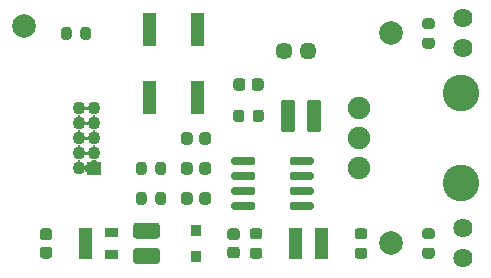
<source format=gbr>
G04 #@! TF.GenerationSoftware,KiCad,Pcbnew,(5.1.10)-1*
G04 #@! TF.CreationDate,2021-12-17T12:19:08+00:00*
G04 #@! TF.ProjectId,Updifier,55706469-6669-4657-922e-6b696361645f,rev?*
G04 #@! TF.SameCoordinates,Original*
G04 #@! TF.FileFunction,Soldermask,Top*
G04 #@! TF.FilePolarity,Negative*
%FSLAX46Y46*%
G04 Gerber Fmt 4.6, Leading zero omitted, Abs format (unit mm)*
G04 Created by KiCad (PCBNEW (5.1.10)-1) date 2021-12-17 12:19:08*
%MOMM*%
%LPD*%
G01*
G04 APERTURE LIST*
%ADD10C,1.902000*%
%ADD11C,3.102000*%
%ADD12O,1.452000X1.452000*%
%ADD13C,1.452000*%
%ADD14C,1.102000*%
%ADD15C,2.000000*%
%ADD16C,1.626000*%
%ADD17C,0.100000*%
G04 APERTURE END LIST*
D10*
X176350000Y-62230000D03*
X176350000Y-59690000D03*
X176350000Y-57150000D03*
D11*
X184990000Y-63500000D03*
X184990000Y-55880000D03*
D12*
X172050000Y-52260000D03*
D13*
X170050000Y-52260000D03*
G36*
G01*
X153379000Y-61679000D02*
X154469000Y-61679000D01*
G75*
G02*
X154520000Y-61730000I0J-51000D01*
G01*
X154520000Y-62730000D01*
G75*
G02*
X154469000Y-62781000I-51000J0D01*
G01*
X153379000Y-62781000D01*
G75*
G02*
X153328000Y-62730000I0J51000D01*
G01*
X153328000Y-61730000D01*
G75*
G02*
X153379000Y-61679000I51000J0D01*
G01*
G37*
D14*
X152654000Y-62230000D03*
X153924000Y-60960000D03*
X152654000Y-60960000D03*
X153924000Y-59690000D03*
X152654000Y-59690000D03*
X153924000Y-58420000D03*
X152654000Y-58420000D03*
X153924000Y-57150000D03*
X152654000Y-57150000D03*
G36*
G01*
X170486000Y-61770500D02*
X170486000Y-61419500D01*
G75*
G02*
X170661500Y-61244000I175500J0D01*
G01*
X172362500Y-61244000D01*
G75*
G02*
X172538000Y-61419500I0J-175500D01*
G01*
X172538000Y-61770500D01*
G75*
G02*
X172362500Y-61946000I-175500J0D01*
G01*
X170661500Y-61946000D01*
G75*
G02*
X170486000Y-61770500I0J175500D01*
G01*
G37*
G36*
G01*
X170486000Y-63040500D02*
X170486000Y-62689500D01*
G75*
G02*
X170661500Y-62514000I175500J0D01*
G01*
X172362500Y-62514000D01*
G75*
G02*
X172538000Y-62689500I0J-175500D01*
G01*
X172538000Y-63040500D01*
G75*
G02*
X172362500Y-63216000I-175500J0D01*
G01*
X170661500Y-63216000D01*
G75*
G02*
X170486000Y-63040500I0J175500D01*
G01*
G37*
G36*
G01*
X170486000Y-64310500D02*
X170486000Y-63959500D01*
G75*
G02*
X170661500Y-63784000I175500J0D01*
G01*
X172362500Y-63784000D01*
G75*
G02*
X172538000Y-63959500I0J-175500D01*
G01*
X172538000Y-64310500D01*
G75*
G02*
X172362500Y-64486000I-175500J0D01*
G01*
X170661500Y-64486000D01*
G75*
G02*
X170486000Y-64310500I0J175500D01*
G01*
G37*
G36*
G01*
X170486000Y-65580500D02*
X170486000Y-65229500D01*
G75*
G02*
X170661500Y-65054000I175500J0D01*
G01*
X172362500Y-65054000D01*
G75*
G02*
X172538000Y-65229500I0J-175500D01*
G01*
X172538000Y-65580500D01*
G75*
G02*
X172362500Y-65756000I-175500J0D01*
G01*
X170661500Y-65756000D01*
G75*
G02*
X170486000Y-65580500I0J175500D01*
G01*
G37*
G36*
G01*
X165536000Y-65580500D02*
X165536000Y-65229500D01*
G75*
G02*
X165711500Y-65054000I175500J0D01*
G01*
X167412500Y-65054000D01*
G75*
G02*
X167588000Y-65229500I0J-175500D01*
G01*
X167588000Y-65580500D01*
G75*
G02*
X167412500Y-65756000I-175500J0D01*
G01*
X165711500Y-65756000D01*
G75*
G02*
X165536000Y-65580500I0J175500D01*
G01*
G37*
G36*
G01*
X165536000Y-64310500D02*
X165536000Y-63959500D01*
G75*
G02*
X165711500Y-63784000I175500J0D01*
G01*
X167412500Y-63784000D01*
G75*
G02*
X167588000Y-63959500I0J-175500D01*
G01*
X167588000Y-64310500D01*
G75*
G02*
X167412500Y-64486000I-175500J0D01*
G01*
X165711500Y-64486000D01*
G75*
G02*
X165536000Y-64310500I0J175500D01*
G01*
G37*
G36*
G01*
X165536000Y-63040500D02*
X165536000Y-62689500D01*
G75*
G02*
X165711500Y-62514000I175500J0D01*
G01*
X167412500Y-62514000D01*
G75*
G02*
X167588000Y-62689500I0J-175500D01*
G01*
X167588000Y-63040500D01*
G75*
G02*
X167412500Y-63216000I-175500J0D01*
G01*
X165711500Y-63216000D01*
G75*
G02*
X165536000Y-63040500I0J175500D01*
G01*
G37*
G36*
G01*
X165536000Y-61770500D02*
X165536000Y-61419500D01*
G75*
G02*
X165711500Y-61244000I175500J0D01*
G01*
X167412500Y-61244000D01*
G75*
G02*
X167588000Y-61419500I0J-175500D01*
G01*
X167588000Y-61770500D01*
G75*
G02*
X167412500Y-61946000I-175500J0D01*
G01*
X165711500Y-61946000D01*
G75*
G02*
X165536000Y-61770500I0J175500D01*
G01*
G37*
G36*
G01*
X163155000Y-57641000D02*
X162155000Y-57641000D01*
G75*
G02*
X162104000Y-57590000I0J51000D01*
G01*
X162104000Y-54840000D01*
G75*
G02*
X162155000Y-54789000I51000J0D01*
G01*
X163155000Y-54789000D01*
G75*
G02*
X163206000Y-54840000I0J-51000D01*
G01*
X163206000Y-57590000D01*
G75*
G02*
X163155000Y-57641000I-51000J0D01*
G01*
G37*
G36*
G01*
X163155000Y-51891000D02*
X162155000Y-51891000D01*
G75*
G02*
X162104000Y-51840000I0J51000D01*
G01*
X162104000Y-49090000D01*
G75*
G02*
X162155000Y-49039000I51000J0D01*
G01*
X163155000Y-49039000D01*
G75*
G02*
X163206000Y-49090000I0J-51000D01*
G01*
X163206000Y-51840000D01*
G75*
G02*
X163155000Y-51891000I-51000J0D01*
G01*
G37*
G36*
G01*
X159155000Y-51891000D02*
X158155000Y-51891000D01*
G75*
G02*
X158104000Y-51840000I0J51000D01*
G01*
X158104000Y-49090000D01*
G75*
G02*
X158155000Y-49039000I51000J0D01*
G01*
X159155000Y-49039000D01*
G75*
G02*
X159206000Y-49090000I0J-51000D01*
G01*
X159206000Y-51840000D01*
G75*
G02*
X159155000Y-51891000I-51000J0D01*
G01*
G37*
G36*
G01*
X159155000Y-57641000D02*
X158155000Y-57641000D01*
G75*
G02*
X158104000Y-57590000I0J51000D01*
G01*
X158104000Y-54840000D01*
G75*
G02*
X158155000Y-54789000I51000J0D01*
G01*
X159155000Y-54789000D01*
G75*
G02*
X159206000Y-54840000I0J-51000D01*
G01*
X159206000Y-57590000D01*
G75*
G02*
X159155000Y-57641000I-51000J0D01*
G01*
G37*
G36*
G01*
X170931000Y-57459999D02*
X170931000Y-58110001D01*
G75*
G02*
X170880001Y-58161000I-50999J0D01*
G01*
X169819999Y-58161000D01*
G75*
G02*
X169769000Y-58110001I0J50999D01*
G01*
X169769000Y-57459999D01*
G75*
G02*
X169819999Y-57409000I50999J0D01*
G01*
X170880001Y-57409000D01*
G75*
G02*
X170931000Y-57459999I0J-50999D01*
G01*
G37*
G36*
G01*
X170931000Y-58409999D02*
X170931000Y-59060001D01*
G75*
G02*
X170880001Y-59111000I-50999J0D01*
G01*
X169819999Y-59111000D01*
G75*
G02*
X169769000Y-59060001I0J50999D01*
G01*
X169769000Y-58409999D01*
G75*
G02*
X169819999Y-58359000I50999J0D01*
G01*
X170880001Y-58359000D01*
G75*
G02*
X170931000Y-58409999I0J-50999D01*
G01*
G37*
G36*
G01*
X170931000Y-56509999D02*
X170931000Y-57160001D01*
G75*
G02*
X170880001Y-57211000I-50999J0D01*
G01*
X169819999Y-57211000D01*
G75*
G02*
X169769000Y-57160001I0J50999D01*
G01*
X169769000Y-56509999D01*
G75*
G02*
X169819999Y-56459000I50999J0D01*
G01*
X170880001Y-56459000D01*
G75*
G02*
X170931000Y-56509999I0J-50999D01*
G01*
G37*
G36*
G01*
X173131000Y-56509999D02*
X173131000Y-57160001D01*
G75*
G02*
X173080001Y-57211000I-50999J0D01*
G01*
X172019999Y-57211000D01*
G75*
G02*
X171969000Y-57160001I0J50999D01*
G01*
X171969000Y-56509999D01*
G75*
G02*
X172019999Y-56459000I50999J0D01*
G01*
X173080001Y-56459000D01*
G75*
G02*
X173131000Y-56509999I0J-50999D01*
G01*
G37*
G36*
G01*
X173131000Y-57459999D02*
X173131000Y-58110001D01*
G75*
G02*
X173080001Y-58161000I-50999J0D01*
G01*
X172019999Y-58161000D01*
G75*
G02*
X171969000Y-58110001I0J50999D01*
G01*
X171969000Y-57459999D01*
G75*
G02*
X172019999Y-57409000I50999J0D01*
G01*
X173080001Y-57409000D01*
G75*
G02*
X173131000Y-57459999I0J-50999D01*
G01*
G37*
G36*
G01*
X173131000Y-58409999D02*
X173131000Y-59060001D01*
G75*
G02*
X173080001Y-59111000I-50999J0D01*
G01*
X172019999Y-59111000D01*
G75*
G02*
X171969000Y-59060001I0J50999D01*
G01*
X171969000Y-58409999D01*
G75*
G02*
X172019999Y-58359000I50999J0D01*
G01*
X173080001Y-58359000D01*
G75*
G02*
X173131000Y-58409999I0J-50999D01*
G01*
G37*
G36*
G01*
X172604000Y-68905001D02*
X172604000Y-68254999D01*
G75*
G02*
X172654999Y-68204000I50999J0D01*
G01*
X173715001Y-68204000D01*
G75*
G02*
X173766000Y-68254999I0J-50999D01*
G01*
X173766000Y-68905001D01*
G75*
G02*
X173715001Y-68956000I-50999J0D01*
G01*
X172654999Y-68956000D01*
G75*
G02*
X172604000Y-68905001I0J50999D01*
G01*
G37*
G36*
G01*
X172604000Y-67955001D02*
X172604000Y-67304999D01*
G75*
G02*
X172654999Y-67254000I50999J0D01*
G01*
X173715001Y-67254000D01*
G75*
G02*
X173766000Y-67304999I0J-50999D01*
G01*
X173766000Y-67955001D01*
G75*
G02*
X173715001Y-68006000I-50999J0D01*
G01*
X172654999Y-68006000D01*
G75*
G02*
X172604000Y-67955001I0J50999D01*
G01*
G37*
G36*
G01*
X172604000Y-69855001D02*
X172604000Y-69204999D01*
G75*
G02*
X172654999Y-69154000I50999J0D01*
G01*
X173715001Y-69154000D01*
G75*
G02*
X173766000Y-69204999I0J-50999D01*
G01*
X173766000Y-69855001D01*
G75*
G02*
X173715001Y-69906000I-50999J0D01*
G01*
X172654999Y-69906000D01*
G75*
G02*
X172604000Y-69855001I0J50999D01*
G01*
G37*
G36*
G01*
X170404000Y-69855001D02*
X170404000Y-69204999D01*
G75*
G02*
X170454999Y-69154000I50999J0D01*
G01*
X171515001Y-69154000D01*
G75*
G02*
X171566000Y-69204999I0J-50999D01*
G01*
X171566000Y-69855001D01*
G75*
G02*
X171515001Y-69906000I-50999J0D01*
G01*
X170454999Y-69906000D01*
G75*
G02*
X170404000Y-69855001I0J50999D01*
G01*
G37*
G36*
G01*
X170404000Y-68905001D02*
X170404000Y-68254999D01*
G75*
G02*
X170454999Y-68204000I50999J0D01*
G01*
X171515001Y-68204000D01*
G75*
G02*
X171566000Y-68254999I0J-50999D01*
G01*
X171566000Y-68905001D01*
G75*
G02*
X171515001Y-68956000I-50999J0D01*
G01*
X170454999Y-68956000D01*
G75*
G02*
X170404000Y-68905001I0J50999D01*
G01*
G37*
G36*
G01*
X170404000Y-67955001D02*
X170404000Y-67304999D01*
G75*
G02*
X170454999Y-67254000I50999J0D01*
G01*
X171515001Y-67254000D01*
G75*
G02*
X171566000Y-67304999I0J-50999D01*
G01*
X171566000Y-67955001D01*
G75*
G02*
X171515001Y-68006000I-50999J0D01*
G01*
X170454999Y-68006000D01*
G75*
G02*
X170404000Y-67955001I0J50999D01*
G01*
G37*
G36*
G01*
X154824000Y-67955001D02*
X154824000Y-67304999D01*
G75*
G02*
X154874999Y-67254000I50999J0D01*
G01*
X155935001Y-67254000D01*
G75*
G02*
X155986000Y-67304999I0J-50999D01*
G01*
X155986000Y-67955001D01*
G75*
G02*
X155935001Y-68006000I-50999J0D01*
G01*
X154874999Y-68006000D01*
G75*
G02*
X154824000Y-67955001I0J50999D01*
G01*
G37*
G36*
G01*
X154824000Y-69855001D02*
X154824000Y-69204999D01*
G75*
G02*
X154874999Y-69154000I50999J0D01*
G01*
X155935001Y-69154000D01*
G75*
G02*
X155986000Y-69204999I0J-50999D01*
G01*
X155986000Y-69855001D01*
G75*
G02*
X155935001Y-69906000I-50999J0D01*
G01*
X154874999Y-69906000D01*
G75*
G02*
X154824000Y-69855001I0J50999D01*
G01*
G37*
G36*
G01*
X152624000Y-69855001D02*
X152624000Y-69204999D01*
G75*
G02*
X152674999Y-69154000I50999J0D01*
G01*
X153735001Y-69154000D01*
G75*
G02*
X153786000Y-69204999I0J-50999D01*
G01*
X153786000Y-69855001D01*
G75*
G02*
X153735001Y-69906000I-50999J0D01*
G01*
X152674999Y-69906000D01*
G75*
G02*
X152624000Y-69855001I0J50999D01*
G01*
G37*
G36*
G01*
X152624000Y-68905001D02*
X152624000Y-68254999D01*
G75*
G02*
X152674999Y-68204000I50999J0D01*
G01*
X153735001Y-68204000D01*
G75*
G02*
X153786000Y-68254999I0J-50999D01*
G01*
X153786000Y-68905001D01*
G75*
G02*
X153735001Y-68956000I-50999J0D01*
G01*
X152674999Y-68956000D01*
G75*
G02*
X152624000Y-68905001I0J50999D01*
G01*
G37*
G36*
G01*
X152624000Y-67955001D02*
X152624000Y-67304999D01*
G75*
G02*
X152674999Y-67254000I50999J0D01*
G01*
X153735001Y-67254000D01*
G75*
G02*
X153786000Y-67304999I0J-50999D01*
G01*
X153786000Y-67955001D01*
G75*
G02*
X153735001Y-68006000I-50999J0D01*
G01*
X152674999Y-68006000D01*
G75*
G02*
X152624000Y-67955001I0J50999D01*
G01*
G37*
G36*
G01*
X182545500Y-68206000D02*
X181944500Y-68206000D01*
G75*
G02*
X181719000Y-67980500I0J225500D01*
G01*
X181719000Y-67529500D01*
G75*
G02*
X181944500Y-67304000I225500J0D01*
G01*
X182545500Y-67304000D01*
G75*
G02*
X182771000Y-67529500I0J-225500D01*
G01*
X182771000Y-67980500D01*
G75*
G02*
X182545500Y-68206000I-225500J0D01*
G01*
G37*
G36*
G01*
X182545500Y-69856000D02*
X181944500Y-69856000D01*
G75*
G02*
X181719000Y-69630500I0J225500D01*
G01*
X181719000Y-69179500D01*
G75*
G02*
X181944500Y-68954000I225500J0D01*
G01*
X182545500Y-68954000D01*
G75*
G02*
X182771000Y-69179500I0J-225500D01*
G01*
X182771000Y-69630500D01*
G75*
G02*
X182545500Y-69856000I-225500J0D01*
G01*
G37*
G36*
G01*
X176830500Y-68206000D02*
X176229500Y-68206000D01*
G75*
G02*
X176004000Y-67980500I0J225500D01*
G01*
X176004000Y-67529500D01*
G75*
G02*
X176229500Y-67304000I225500J0D01*
G01*
X176830500Y-67304000D01*
G75*
G02*
X177056000Y-67529500I0J-225500D01*
G01*
X177056000Y-67980500D01*
G75*
G02*
X176830500Y-68206000I-225500J0D01*
G01*
G37*
G36*
G01*
X176830500Y-69856000D02*
X176229500Y-69856000D01*
G75*
G02*
X176004000Y-69630500I0J225500D01*
G01*
X176004000Y-69179500D01*
G75*
G02*
X176229500Y-68954000I225500J0D01*
G01*
X176830500Y-68954000D01*
G75*
G02*
X177056000Y-69179500I0J-225500D01*
G01*
X177056000Y-69630500D01*
G75*
G02*
X176830500Y-69856000I-225500J0D01*
G01*
G37*
G36*
G01*
X167339500Y-68954000D02*
X167940500Y-68954000D01*
G75*
G02*
X168166000Y-69179500I0J-225500D01*
G01*
X168166000Y-69630500D01*
G75*
G02*
X167940500Y-69856000I-225500J0D01*
G01*
X167339500Y-69856000D01*
G75*
G02*
X167114000Y-69630500I0J225500D01*
G01*
X167114000Y-69179500D01*
G75*
G02*
X167339500Y-68954000I225500J0D01*
G01*
G37*
G36*
G01*
X167339500Y-67304000D02*
X167940500Y-67304000D01*
G75*
G02*
X168166000Y-67529500I0J-225500D01*
G01*
X168166000Y-67980500D01*
G75*
G02*
X167940500Y-68206000I-225500J0D01*
G01*
X167339500Y-68206000D01*
G75*
G02*
X167114000Y-67980500I0J225500D01*
G01*
X167114000Y-67529500D01*
G75*
G02*
X167339500Y-67304000I225500J0D01*
G01*
G37*
G36*
G01*
X181944500Y-51174000D02*
X182545500Y-51174000D01*
G75*
G02*
X182771000Y-51399500I0J-225500D01*
G01*
X182771000Y-51850500D01*
G75*
G02*
X182545500Y-52076000I-225500J0D01*
G01*
X181944500Y-52076000D01*
G75*
G02*
X181719000Y-51850500I0J225500D01*
G01*
X181719000Y-51399500D01*
G75*
G02*
X181944500Y-51174000I225500J0D01*
G01*
G37*
G36*
G01*
X181944500Y-49524000D02*
X182545500Y-49524000D01*
G75*
G02*
X182771000Y-49749500I0J-225500D01*
G01*
X182771000Y-50200500D01*
G75*
G02*
X182545500Y-50426000I-225500J0D01*
G01*
X181944500Y-50426000D01*
G75*
G02*
X181719000Y-50200500I0J225500D01*
G01*
X181719000Y-49749500D01*
G75*
G02*
X181944500Y-49524000I225500J0D01*
G01*
G37*
G36*
G01*
X159124000Y-62530500D02*
X159124000Y-61929500D01*
G75*
G02*
X159349500Y-61704000I225500J0D01*
G01*
X159800500Y-61704000D01*
G75*
G02*
X160026000Y-61929500I0J-225500D01*
G01*
X160026000Y-62530500D01*
G75*
G02*
X159800500Y-62756000I-225500J0D01*
G01*
X159349500Y-62756000D01*
G75*
G02*
X159124000Y-62530500I0J225500D01*
G01*
G37*
G36*
G01*
X157474000Y-62530500D02*
X157474000Y-61929500D01*
G75*
G02*
X157699500Y-61704000I225500J0D01*
G01*
X158150500Y-61704000D01*
G75*
G02*
X158376000Y-61929500I0J-225500D01*
G01*
X158376000Y-62530500D01*
G75*
G02*
X158150500Y-62756000I-225500J0D01*
G01*
X157699500Y-62756000D01*
G75*
G02*
X157474000Y-62530500I0J225500D01*
G01*
G37*
G36*
G01*
X158376000Y-64469500D02*
X158376000Y-65070500D01*
G75*
G02*
X158150500Y-65296000I-225500J0D01*
G01*
X157699500Y-65296000D01*
G75*
G02*
X157474000Y-65070500I0J225500D01*
G01*
X157474000Y-64469500D01*
G75*
G02*
X157699500Y-64244000I225500J0D01*
G01*
X158150500Y-64244000D01*
G75*
G02*
X158376000Y-64469500I0J-225500D01*
G01*
G37*
G36*
G01*
X160026000Y-64469500D02*
X160026000Y-65070500D01*
G75*
G02*
X159800500Y-65296000I-225500J0D01*
G01*
X159349500Y-65296000D01*
G75*
G02*
X159124000Y-65070500I0J225500D01*
G01*
X159124000Y-64469500D01*
G75*
G02*
X159349500Y-64244000I225500J0D01*
G01*
X159800500Y-64244000D01*
G75*
G02*
X160026000Y-64469500I0J-225500D01*
G01*
G37*
G36*
G01*
X167379000Y-58085500D02*
X167379000Y-57484500D01*
G75*
G02*
X167604500Y-57259000I225500J0D01*
G01*
X168055500Y-57259000D01*
G75*
G02*
X168281000Y-57484500I0J-225500D01*
G01*
X168281000Y-58085500D01*
G75*
G02*
X168055500Y-58311000I-225500J0D01*
G01*
X167604500Y-58311000D01*
G75*
G02*
X167379000Y-58085500I0J225500D01*
G01*
G37*
G36*
G01*
X165729000Y-58085500D02*
X165729000Y-57484500D01*
G75*
G02*
X165954500Y-57259000I225500J0D01*
G01*
X166405500Y-57259000D01*
G75*
G02*
X166631000Y-57484500I0J-225500D01*
G01*
X166631000Y-58085500D01*
G75*
G02*
X166405500Y-58311000I-225500J0D01*
G01*
X165954500Y-58311000D01*
G75*
G02*
X165729000Y-58085500I0J225500D01*
G01*
G37*
G36*
G01*
X159249600Y-68181000D02*
X157488400Y-68181000D01*
G75*
G02*
X157218000Y-67910600I0J270400D01*
G01*
X157218000Y-67099400D01*
G75*
G02*
X157488400Y-66829000I270400J0D01*
G01*
X159249600Y-66829000D01*
G75*
G02*
X159520000Y-67099400I0J-270400D01*
G01*
X159520000Y-67910600D01*
G75*
G02*
X159249600Y-68181000I-270400J0D01*
G01*
G37*
G36*
G01*
X159249600Y-70331000D02*
X157488400Y-70331000D01*
G75*
G02*
X157218000Y-70060600I0J270400D01*
G01*
X157218000Y-69249400D01*
G75*
G02*
X157488400Y-68979000I270400J0D01*
G01*
X159249600Y-68979000D01*
G75*
G02*
X159520000Y-69249400I0J-270400D01*
G01*
X159520000Y-70060600D01*
G75*
G02*
X159249600Y-70331000I-270400J0D01*
G01*
G37*
D15*
X179070000Y-50800000D03*
X179070000Y-68580000D03*
X147955000Y-50165000D03*
G36*
G01*
X152026000Y-50499500D02*
X152026000Y-51100500D01*
G75*
G02*
X151800500Y-51326000I-225500J0D01*
G01*
X151349500Y-51326000D01*
G75*
G02*
X151124000Y-51100500I0J225500D01*
G01*
X151124000Y-50499500D01*
G75*
G02*
X151349500Y-50274000I225500J0D01*
G01*
X151800500Y-50274000D01*
G75*
G02*
X152026000Y-50499500I0J-225500D01*
G01*
G37*
G36*
G01*
X153676000Y-50499500D02*
X153676000Y-51100500D01*
G75*
G02*
X153450500Y-51326000I-225500J0D01*
G01*
X152999500Y-51326000D01*
G75*
G02*
X152774000Y-51100500I0J225500D01*
G01*
X152774000Y-50499500D01*
G75*
G02*
X152999500Y-50274000I225500J0D01*
G01*
X153450500Y-50274000D01*
G75*
G02*
X153676000Y-50499500I0J-225500D01*
G01*
G37*
D16*
X185150000Y-69850000D03*
X185150000Y-67310000D03*
X185150000Y-52070000D03*
X185150000Y-49530000D03*
G36*
G01*
X162160000Y-69229000D02*
X162960000Y-69229000D01*
G75*
G02*
X163011000Y-69280000I0J-51000D01*
G01*
X163011000Y-70080000D01*
G75*
G02*
X162960000Y-70131000I-51000J0D01*
G01*
X162160000Y-70131000D01*
G75*
G02*
X162109000Y-70080000I0J51000D01*
G01*
X162109000Y-69280000D01*
G75*
G02*
X162160000Y-69229000I51000J0D01*
G01*
G37*
G36*
G01*
X162160000Y-67029000D02*
X162960000Y-67029000D01*
G75*
G02*
X163011000Y-67080000I0J-51000D01*
G01*
X163011000Y-67880000D01*
G75*
G02*
X162960000Y-67931000I-51000J0D01*
G01*
X162160000Y-67931000D01*
G75*
G02*
X162109000Y-67880000I0J51000D01*
G01*
X162109000Y-67080000D01*
G75*
G02*
X162160000Y-67029000I51000J0D01*
G01*
G37*
G36*
G01*
X165459500Y-68841000D02*
X166010500Y-68841000D01*
G75*
G02*
X166261000Y-69091500I0J-250500D01*
G01*
X166261000Y-69592500D01*
G75*
G02*
X166010500Y-69843000I-250500J0D01*
G01*
X165459500Y-69843000D01*
G75*
G02*
X165209000Y-69592500I0J250500D01*
G01*
X165209000Y-69091500D01*
G75*
G02*
X165459500Y-68841000I250500J0D01*
G01*
G37*
G36*
G01*
X165459500Y-67291000D02*
X166010500Y-67291000D01*
G75*
G02*
X166261000Y-67541500I0J-250500D01*
G01*
X166261000Y-68042500D01*
G75*
G02*
X166010500Y-68293000I-250500J0D01*
G01*
X165459500Y-68293000D01*
G75*
G02*
X165209000Y-68042500I0J250500D01*
G01*
X165209000Y-67541500D01*
G75*
G02*
X165459500Y-67291000I250500J0D01*
G01*
G37*
G36*
G01*
X162834000Y-62505500D02*
X162834000Y-61954500D01*
G75*
G02*
X163084500Y-61704000I250500J0D01*
G01*
X163585500Y-61704000D01*
G75*
G02*
X163836000Y-61954500I0J-250500D01*
G01*
X163836000Y-62505500D01*
G75*
G02*
X163585500Y-62756000I-250500J0D01*
G01*
X163084500Y-62756000D01*
G75*
G02*
X162834000Y-62505500I0J250500D01*
G01*
G37*
G36*
G01*
X161284000Y-62505500D02*
X161284000Y-61954500D01*
G75*
G02*
X161534500Y-61704000I250500J0D01*
G01*
X162035500Y-61704000D01*
G75*
G02*
X162286000Y-61954500I0J-250500D01*
G01*
X162286000Y-62505500D01*
G75*
G02*
X162035500Y-62756000I-250500J0D01*
G01*
X161534500Y-62756000D01*
G75*
G02*
X161284000Y-62505500I0J250500D01*
G01*
G37*
G36*
G01*
X162834000Y-65045500D02*
X162834000Y-64494500D01*
G75*
G02*
X163084500Y-64244000I250500J0D01*
G01*
X163585500Y-64244000D01*
G75*
G02*
X163836000Y-64494500I0J-250500D01*
G01*
X163836000Y-65045500D01*
G75*
G02*
X163585500Y-65296000I-250500J0D01*
G01*
X163084500Y-65296000D01*
G75*
G02*
X162834000Y-65045500I0J250500D01*
G01*
G37*
G36*
G01*
X161284000Y-65045500D02*
X161284000Y-64494500D01*
G75*
G02*
X161534500Y-64244000I250500J0D01*
G01*
X162035500Y-64244000D01*
G75*
G02*
X162286000Y-64494500I0J-250500D01*
G01*
X162286000Y-65045500D01*
G75*
G02*
X162035500Y-65296000I-250500J0D01*
G01*
X161534500Y-65296000D01*
G75*
G02*
X161284000Y-65045500I0J250500D01*
G01*
G37*
G36*
G01*
X166731000Y-54842500D02*
X166731000Y-55393500D01*
G75*
G02*
X166480500Y-55644000I-250500J0D01*
G01*
X165979500Y-55644000D01*
G75*
G02*
X165729000Y-55393500I0J250500D01*
G01*
X165729000Y-54842500D01*
G75*
G02*
X165979500Y-54592000I250500J0D01*
G01*
X166480500Y-54592000D01*
G75*
G02*
X166731000Y-54842500I0J-250500D01*
G01*
G37*
G36*
G01*
X168281000Y-54842500D02*
X168281000Y-55393500D01*
G75*
G02*
X168030500Y-55644000I-250500J0D01*
G01*
X167529500Y-55644000D01*
G75*
G02*
X167279000Y-55393500I0J250500D01*
G01*
X167279000Y-54842500D01*
G75*
G02*
X167529500Y-54592000I250500J0D01*
G01*
X168030500Y-54592000D01*
G75*
G02*
X168281000Y-54842500I0J-250500D01*
G01*
G37*
G36*
G01*
X150135500Y-68306000D02*
X149584500Y-68306000D01*
G75*
G02*
X149334000Y-68055500I0J250500D01*
G01*
X149334000Y-67554500D01*
G75*
G02*
X149584500Y-67304000I250500J0D01*
G01*
X150135500Y-67304000D01*
G75*
G02*
X150386000Y-67554500I0J-250500D01*
G01*
X150386000Y-68055500D01*
G75*
G02*
X150135500Y-68306000I-250500J0D01*
G01*
G37*
G36*
G01*
X150135500Y-69856000D02*
X149584500Y-69856000D01*
G75*
G02*
X149334000Y-69605500I0J250500D01*
G01*
X149334000Y-69104500D01*
G75*
G02*
X149584500Y-68854000I250500J0D01*
G01*
X150135500Y-68854000D01*
G75*
G02*
X150386000Y-69104500I0J-250500D01*
G01*
X150386000Y-69605500D01*
G75*
G02*
X150135500Y-69856000I-250500J0D01*
G01*
G37*
G36*
G01*
X162286000Y-59414500D02*
X162286000Y-59965500D01*
G75*
G02*
X162035500Y-60216000I-250500J0D01*
G01*
X161534500Y-60216000D01*
G75*
G02*
X161284000Y-59965500I0J250500D01*
G01*
X161284000Y-59414500D01*
G75*
G02*
X161534500Y-59164000I250500J0D01*
G01*
X162035500Y-59164000D01*
G75*
G02*
X162286000Y-59414500I0J-250500D01*
G01*
G37*
G36*
G01*
X163836000Y-59414500D02*
X163836000Y-59965500D01*
G75*
G02*
X163585500Y-60216000I-250500J0D01*
G01*
X163084500Y-60216000D01*
G75*
G02*
X162834000Y-59965500I0J250500D01*
G01*
X162834000Y-59414500D01*
G75*
G02*
X163084500Y-59164000I250500J0D01*
G01*
X163585500Y-59164000D01*
G75*
G02*
X163836000Y-59414500I0J-250500D01*
G01*
G37*
D17*
G36*
X153787732Y-68955000D02*
G01*
X153788000Y-68956000D01*
X153788000Y-69154000D01*
X153787000Y-69155732D01*
X153786000Y-69156000D01*
X152624000Y-69156000D01*
X152622268Y-69155000D01*
X152622000Y-69154000D01*
X152622000Y-68956000D01*
X152623000Y-68954268D01*
X152624000Y-68954000D01*
X153786000Y-68954000D01*
X153787732Y-68955000D01*
G37*
G36*
X173767732Y-68955000D02*
G01*
X173768000Y-68956000D01*
X173768000Y-69154000D01*
X173767000Y-69155732D01*
X173766000Y-69156000D01*
X172604000Y-69156000D01*
X172602268Y-69155000D01*
X172602000Y-69154000D01*
X172602000Y-68956000D01*
X172603000Y-68954268D01*
X172604000Y-68954000D01*
X173766000Y-68954000D01*
X173767732Y-68955000D01*
G37*
G36*
X171567732Y-68955000D02*
G01*
X171568000Y-68956000D01*
X171568000Y-69154000D01*
X171567000Y-69155732D01*
X171566000Y-69156000D01*
X170404000Y-69156000D01*
X170402268Y-69155000D01*
X170402000Y-69154000D01*
X170402000Y-68956000D01*
X170403000Y-68954268D01*
X170404000Y-68954000D01*
X171566000Y-68954000D01*
X171567732Y-68955000D01*
G37*
G36*
X171567732Y-68005000D02*
G01*
X171568000Y-68006000D01*
X171568000Y-68204000D01*
X171567000Y-68205732D01*
X171566000Y-68206000D01*
X170404000Y-68206000D01*
X170402268Y-68205000D01*
X170402000Y-68204000D01*
X170402000Y-68006000D01*
X170403000Y-68004268D01*
X170404000Y-68004000D01*
X171566000Y-68004000D01*
X171567732Y-68005000D01*
G37*
G36*
X153787732Y-68005000D02*
G01*
X153788000Y-68006000D01*
X153788000Y-68204000D01*
X153787000Y-68205732D01*
X153786000Y-68206000D01*
X152624000Y-68206000D01*
X152622268Y-68205000D01*
X152622000Y-68204000D01*
X152622000Y-68006000D01*
X152623000Y-68004268D01*
X152624000Y-68004000D01*
X153786000Y-68004000D01*
X153787732Y-68005000D01*
G37*
G36*
X173767732Y-68005000D02*
G01*
X173768000Y-68006000D01*
X173768000Y-68204000D01*
X173767000Y-68205732D01*
X173766000Y-68206000D01*
X172604000Y-68206000D01*
X172602268Y-68205000D01*
X172602000Y-68204000D01*
X172602000Y-68006000D01*
X172603000Y-68004268D01*
X172604000Y-68004000D01*
X173766000Y-68004000D01*
X173767732Y-68005000D01*
G37*
G36*
X153329165Y-61839105D02*
G01*
X153330000Y-61840731D01*
X153330000Y-62619269D01*
X153329000Y-62621001D01*
X153327000Y-62621001D01*
X153326010Y-62619465D01*
X153323628Y-62595278D01*
X153316628Y-62572203D01*
X153305263Y-62550939D01*
X153289968Y-62532302D01*
X153271331Y-62517007D01*
X153250067Y-62505642D01*
X153226992Y-62498642D01*
X153203001Y-62496279D01*
X153179010Y-62498642D01*
X153155935Y-62505642D01*
X153134671Y-62517007D01*
X153116034Y-62532302D01*
X153104514Y-62546340D01*
X153102642Y-62547044D01*
X153101096Y-62545776D01*
X153101305Y-62543960D01*
X153138166Y-62488793D01*
X153179350Y-62389365D01*
X153200347Y-62283808D01*
X153200347Y-62176192D01*
X153179350Y-62070635D01*
X153138166Y-61971207D01*
X153101304Y-61916038D01*
X153101173Y-61914042D01*
X153102836Y-61912931D01*
X153104513Y-61913658D01*
X153116035Y-61927698D01*
X153134672Y-61942993D01*
X153155936Y-61954358D01*
X153179011Y-61961358D01*
X153203002Y-61963721D01*
X153226993Y-61961358D01*
X153250068Y-61954358D01*
X153271332Y-61942992D01*
X153289968Y-61927697D01*
X153305263Y-61909060D01*
X153316628Y-61887796D01*
X153323628Y-61864721D01*
X153326010Y-61840535D01*
X153327175Y-61838909D01*
X153329165Y-61839105D01*
G37*
G36*
X152826906Y-61480824D02*
G01*
X152827671Y-61482672D01*
X152826631Y-61484175D01*
X152810609Y-61492738D01*
X152791972Y-61508033D01*
X152776677Y-61526670D01*
X152765312Y-61547934D01*
X152758312Y-61571009D01*
X152755949Y-61595000D01*
X152758312Y-61618991D01*
X152765312Y-61642066D01*
X152776677Y-61663330D01*
X152791972Y-61681967D01*
X152810609Y-61697262D01*
X152826631Y-61705825D01*
X152827687Y-61707524D01*
X152826744Y-61709287D01*
X152824923Y-61709437D01*
X152813365Y-61704650D01*
X152707808Y-61683653D01*
X152600192Y-61683653D01*
X152494635Y-61704650D01*
X152483077Y-61709437D01*
X152481094Y-61709176D01*
X152480329Y-61707328D01*
X152481369Y-61705825D01*
X152497391Y-61697262D01*
X152516028Y-61681967D01*
X152531323Y-61663330D01*
X152542688Y-61642066D01*
X152549688Y-61618991D01*
X152552051Y-61595000D01*
X152549688Y-61571009D01*
X152542688Y-61547934D01*
X152531323Y-61526670D01*
X152516028Y-61508033D01*
X152497391Y-61492738D01*
X152481369Y-61484175D01*
X152480313Y-61482476D01*
X152481256Y-61480713D01*
X152483077Y-61480563D01*
X152494635Y-61485350D01*
X152600192Y-61506347D01*
X152707808Y-61506347D01*
X152813365Y-61485350D01*
X152824923Y-61480563D01*
X152826906Y-61480824D01*
G37*
G36*
X154182105Y-61445534D02*
G01*
X154182870Y-61447382D01*
X154181998Y-61448784D01*
X154177670Y-61451676D01*
X154158955Y-61467035D01*
X154143660Y-61485672D01*
X154132295Y-61506935D01*
X154125295Y-61530010D01*
X154122932Y-61554001D01*
X154125295Y-61577993D01*
X154132295Y-61601068D01*
X154143660Y-61622331D01*
X154158956Y-61640968D01*
X154177593Y-61656263D01*
X154198856Y-61667628D01*
X154221931Y-61674628D01*
X154246118Y-61677010D01*
X154247744Y-61678175D01*
X154247548Y-61680165D01*
X154245922Y-61681000D01*
X153602078Y-61681000D01*
X153600346Y-61680000D01*
X153600346Y-61678000D01*
X153601882Y-61677010D01*
X153626069Y-61674628D01*
X153649144Y-61667628D01*
X153670408Y-61656263D01*
X153689045Y-61640968D01*
X153704340Y-61622331D01*
X153715705Y-61601067D01*
X153722705Y-61577992D01*
X153725068Y-61554001D01*
X153722705Y-61530010D01*
X153715705Y-61506935D01*
X153704340Y-61485671D01*
X153689045Y-61467034D01*
X153670330Y-61451676D01*
X153666002Y-61448784D01*
X153665117Y-61446990D01*
X153666228Y-61445327D01*
X153667878Y-61445273D01*
X153764635Y-61485350D01*
X153870192Y-61506347D01*
X153977808Y-61506347D01*
X154083365Y-61485350D01*
X154180122Y-61445273D01*
X154182105Y-61445534D01*
G37*
G36*
X153403287Y-60787256D02*
G01*
X153403437Y-60789077D01*
X153398650Y-60800635D01*
X153377653Y-60906192D01*
X153377653Y-61013808D01*
X153398650Y-61119365D01*
X153403437Y-61130923D01*
X153403176Y-61132906D01*
X153401328Y-61133671D01*
X153399825Y-61132631D01*
X153391262Y-61116609D01*
X153375967Y-61097972D01*
X153357330Y-61082677D01*
X153336066Y-61071312D01*
X153312991Y-61064312D01*
X153289000Y-61061949D01*
X153265009Y-61064312D01*
X153241934Y-61071312D01*
X153220670Y-61082677D01*
X153202033Y-61097972D01*
X153186738Y-61116609D01*
X153178175Y-61132631D01*
X153176476Y-61133687D01*
X153174713Y-61132744D01*
X153174563Y-61130923D01*
X153179350Y-61119365D01*
X153200347Y-61013808D01*
X153200347Y-60906192D01*
X153179350Y-60800635D01*
X153174563Y-60789077D01*
X153174824Y-60787094D01*
X153176672Y-60786329D01*
X153178175Y-60787369D01*
X153186738Y-60803391D01*
X153202033Y-60822028D01*
X153220670Y-60837323D01*
X153241934Y-60848688D01*
X153265009Y-60855688D01*
X153289000Y-60858051D01*
X153312991Y-60855688D01*
X153336066Y-60848688D01*
X153357330Y-60837323D01*
X153375967Y-60822028D01*
X153391262Y-60803391D01*
X153399825Y-60787369D01*
X153401524Y-60786313D01*
X153403287Y-60787256D01*
G37*
G36*
X152826906Y-60210824D02*
G01*
X152827671Y-60212672D01*
X152826631Y-60214175D01*
X152810609Y-60222738D01*
X152791972Y-60238033D01*
X152776677Y-60256670D01*
X152765312Y-60277934D01*
X152758312Y-60301009D01*
X152755949Y-60325000D01*
X152758312Y-60348991D01*
X152765312Y-60372066D01*
X152776677Y-60393330D01*
X152791972Y-60411967D01*
X152810609Y-60427262D01*
X152826631Y-60435825D01*
X152827687Y-60437524D01*
X152826744Y-60439287D01*
X152824923Y-60439437D01*
X152813365Y-60434650D01*
X152707808Y-60413653D01*
X152600192Y-60413653D01*
X152494635Y-60434650D01*
X152483077Y-60439437D01*
X152481094Y-60439176D01*
X152480329Y-60437328D01*
X152481369Y-60435825D01*
X152497391Y-60427262D01*
X152516028Y-60411967D01*
X152531323Y-60393330D01*
X152542688Y-60372066D01*
X152549688Y-60348991D01*
X152552051Y-60325000D01*
X152549688Y-60301009D01*
X152542688Y-60277934D01*
X152531323Y-60256670D01*
X152516028Y-60238033D01*
X152497391Y-60222738D01*
X152481369Y-60214175D01*
X152480313Y-60212476D01*
X152481256Y-60210713D01*
X152483077Y-60210563D01*
X152494635Y-60215350D01*
X152600192Y-60236347D01*
X152707808Y-60236347D01*
X152813365Y-60215350D01*
X152824923Y-60210563D01*
X152826906Y-60210824D01*
G37*
G36*
X154096906Y-60210824D02*
G01*
X154097671Y-60212672D01*
X154096631Y-60214175D01*
X154080609Y-60222738D01*
X154061972Y-60238033D01*
X154046677Y-60256670D01*
X154035312Y-60277934D01*
X154028312Y-60301009D01*
X154025949Y-60325000D01*
X154028312Y-60348991D01*
X154035312Y-60372066D01*
X154046677Y-60393330D01*
X154061972Y-60411967D01*
X154080609Y-60427262D01*
X154096631Y-60435825D01*
X154097687Y-60437524D01*
X154096744Y-60439287D01*
X154094923Y-60439437D01*
X154083365Y-60434650D01*
X153977808Y-60413653D01*
X153870192Y-60413653D01*
X153764635Y-60434650D01*
X153753077Y-60439437D01*
X153751094Y-60439176D01*
X153750329Y-60437328D01*
X153751369Y-60435825D01*
X153767391Y-60427262D01*
X153786028Y-60411967D01*
X153801323Y-60393330D01*
X153812688Y-60372066D01*
X153819688Y-60348991D01*
X153822051Y-60325000D01*
X153819688Y-60301009D01*
X153812688Y-60277934D01*
X153801323Y-60256670D01*
X153786028Y-60238033D01*
X153767391Y-60222738D01*
X153751369Y-60214175D01*
X153750313Y-60212476D01*
X153751256Y-60210713D01*
X153753077Y-60210563D01*
X153764635Y-60215350D01*
X153870192Y-60236347D01*
X153977808Y-60236347D01*
X154083365Y-60215350D01*
X154094923Y-60210563D01*
X154096906Y-60210824D01*
G37*
G36*
X153403287Y-59517256D02*
G01*
X153403437Y-59519077D01*
X153398650Y-59530635D01*
X153377653Y-59636192D01*
X153377653Y-59743808D01*
X153398650Y-59849365D01*
X153403437Y-59860923D01*
X153403176Y-59862906D01*
X153401328Y-59863671D01*
X153399825Y-59862631D01*
X153391262Y-59846609D01*
X153375967Y-59827972D01*
X153357330Y-59812677D01*
X153336066Y-59801312D01*
X153312991Y-59794312D01*
X153289000Y-59791949D01*
X153265009Y-59794312D01*
X153241934Y-59801312D01*
X153220670Y-59812677D01*
X153202033Y-59827972D01*
X153186738Y-59846609D01*
X153178175Y-59862631D01*
X153176476Y-59863687D01*
X153174713Y-59862744D01*
X153174563Y-59860923D01*
X153179350Y-59849365D01*
X153200347Y-59743808D01*
X153200347Y-59636192D01*
X153179350Y-59530635D01*
X153174563Y-59519077D01*
X153174824Y-59517094D01*
X153176672Y-59516329D01*
X153178175Y-59517369D01*
X153186738Y-59533391D01*
X153202033Y-59552028D01*
X153220670Y-59567323D01*
X153241934Y-59578688D01*
X153265009Y-59585688D01*
X153289000Y-59588051D01*
X153312991Y-59585688D01*
X153336066Y-59578688D01*
X153357330Y-59567323D01*
X153375967Y-59552028D01*
X153391262Y-59533391D01*
X153399825Y-59517369D01*
X153401524Y-59516313D01*
X153403287Y-59517256D01*
G37*
G36*
X152826906Y-58940824D02*
G01*
X152827671Y-58942672D01*
X152826631Y-58944175D01*
X152810609Y-58952738D01*
X152791972Y-58968033D01*
X152776677Y-58986670D01*
X152765312Y-59007934D01*
X152758312Y-59031009D01*
X152755949Y-59055000D01*
X152758312Y-59078991D01*
X152765312Y-59102066D01*
X152776677Y-59123330D01*
X152791972Y-59141967D01*
X152810609Y-59157262D01*
X152826631Y-59165825D01*
X152827687Y-59167524D01*
X152826744Y-59169287D01*
X152824923Y-59169437D01*
X152813365Y-59164650D01*
X152707808Y-59143653D01*
X152600192Y-59143653D01*
X152494635Y-59164650D01*
X152483077Y-59169437D01*
X152481094Y-59169176D01*
X152480329Y-59167328D01*
X152481369Y-59165825D01*
X152497391Y-59157262D01*
X152516028Y-59141967D01*
X152531323Y-59123330D01*
X152542688Y-59102066D01*
X152549688Y-59078991D01*
X152552051Y-59055000D01*
X152549688Y-59031009D01*
X152542688Y-59007934D01*
X152531323Y-58986670D01*
X152516028Y-58968033D01*
X152497391Y-58952738D01*
X152481369Y-58944175D01*
X152480313Y-58942476D01*
X152481256Y-58940713D01*
X152483077Y-58940563D01*
X152494635Y-58945350D01*
X152600192Y-58966347D01*
X152707808Y-58966347D01*
X152813365Y-58945350D01*
X152824923Y-58940563D01*
X152826906Y-58940824D01*
G37*
G36*
X154096906Y-58940824D02*
G01*
X154097671Y-58942672D01*
X154096631Y-58944175D01*
X154080609Y-58952738D01*
X154061972Y-58968033D01*
X154046677Y-58986670D01*
X154035312Y-59007934D01*
X154028312Y-59031009D01*
X154025949Y-59055000D01*
X154028312Y-59078991D01*
X154035312Y-59102066D01*
X154046677Y-59123330D01*
X154061972Y-59141967D01*
X154080609Y-59157262D01*
X154096631Y-59165825D01*
X154097687Y-59167524D01*
X154096744Y-59169287D01*
X154094923Y-59169437D01*
X154083365Y-59164650D01*
X153977808Y-59143653D01*
X153870192Y-59143653D01*
X153764635Y-59164650D01*
X153753077Y-59169437D01*
X153751094Y-59169176D01*
X153750329Y-59167328D01*
X153751369Y-59165825D01*
X153767391Y-59157262D01*
X153786028Y-59141967D01*
X153801323Y-59123330D01*
X153812688Y-59102066D01*
X153819688Y-59078991D01*
X153822051Y-59055000D01*
X153819688Y-59031009D01*
X153812688Y-59007934D01*
X153801323Y-58986670D01*
X153786028Y-58968033D01*
X153767391Y-58952738D01*
X153751369Y-58944175D01*
X153750313Y-58942476D01*
X153751256Y-58940713D01*
X153753077Y-58940563D01*
X153764635Y-58945350D01*
X153870192Y-58966347D01*
X153977808Y-58966347D01*
X154083365Y-58945350D01*
X154094923Y-58940563D01*
X154096906Y-58940824D01*
G37*
G36*
X153403287Y-58247256D02*
G01*
X153403437Y-58249077D01*
X153398650Y-58260635D01*
X153377653Y-58366192D01*
X153377653Y-58473808D01*
X153398650Y-58579365D01*
X153403437Y-58590923D01*
X153403176Y-58592906D01*
X153401328Y-58593671D01*
X153399825Y-58592631D01*
X153391262Y-58576609D01*
X153375967Y-58557972D01*
X153357330Y-58542677D01*
X153336066Y-58531312D01*
X153312991Y-58524312D01*
X153289000Y-58521949D01*
X153265009Y-58524312D01*
X153241934Y-58531312D01*
X153220670Y-58542677D01*
X153202033Y-58557972D01*
X153186738Y-58576609D01*
X153178175Y-58592631D01*
X153176476Y-58593687D01*
X153174713Y-58592744D01*
X153174563Y-58590923D01*
X153179350Y-58579365D01*
X153200347Y-58473808D01*
X153200347Y-58366192D01*
X153179350Y-58260635D01*
X153174563Y-58249077D01*
X153174824Y-58247094D01*
X153176672Y-58246329D01*
X153178175Y-58247369D01*
X153186738Y-58263391D01*
X153202033Y-58282028D01*
X153220670Y-58297323D01*
X153241934Y-58308688D01*
X153265009Y-58315688D01*
X153289000Y-58318051D01*
X153312991Y-58315688D01*
X153336066Y-58308688D01*
X153357330Y-58297323D01*
X153375967Y-58282028D01*
X153391262Y-58263391D01*
X153399825Y-58247369D01*
X153401524Y-58246313D01*
X153403287Y-58247256D01*
G37*
G36*
X173132732Y-58160000D02*
G01*
X173133000Y-58161000D01*
X173133000Y-58359000D01*
X173132000Y-58360732D01*
X173131000Y-58361000D01*
X171969000Y-58361000D01*
X171967268Y-58360000D01*
X171967000Y-58359000D01*
X171967000Y-58161000D01*
X171968000Y-58159268D01*
X171969000Y-58159000D01*
X173131000Y-58159000D01*
X173132732Y-58160000D01*
G37*
G36*
X170932732Y-58160000D02*
G01*
X170933000Y-58161000D01*
X170933000Y-58359000D01*
X170932000Y-58360732D01*
X170931000Y-58361000D01*
X169769000Y-58361000D01*
X169767268Y-58360000D01*
X169767000Y-58359000D01*
X169767000Y-58161000D01*
X169768000Y-58159268D01*
X169769000Y-58159000D01*
X170931000Y-58159000D01*
X170932732Y-58160000D01*
G37*
G36*
X154096906Y-57670824D02*
G01*
X154097671Y-57672672D01*
X154096631Y-57674175D01*
X154080609Y-57682738D01*
X154061972Y-57698033D01*
X154046677Y-57716670D01*
X154035312Y-57737934D01*
X154028312Y-57761009D01*
X154025949Y-57785000D01*
X154028312Y-57808991D01*
X154035312Y-57832066D01*
X154046677Y-57853330D01*
X154061972Y-57871967D01*
X154080609Y-57887262D01*
X154096631Y-57895825D01*
X154097687Y-57897524D01*
X154096744Y-57899287D01*
X154094923Y-57899437D01*
X154083365Y-57894650D01*
X153977808Y-57873653D01*
X153870192Y-57873653D01*
X153764635Y-57894650D01*
X153753077Y-57899437D01*
X153751094Y-57899176D01*
X153750329Y-57897328D01*
X153751369Y-57895825D01*
X153767391Y-57887262D01*
X153786028Y-57871967D01*
X153801323Y-57853330D01*
X153812688Y-57832066D01*
X153819688Y-57808991D01*
X153822051Y-57785000D01*
X153819688Y-57761009D01*
X153812688Y-57737934D01*
X153801323Y-57716670D01*
X153786028Y-57698033D01*
X153767391Y-57682738D01*
X153751369Y-57674175D01*
X153750313Y-57672476D01*
X153751256Y-57670713D01*
X153753077Y-57670563D01*
X153764635Y-57675350D01*
X153870192Y-57696347D01*
X153977808Y-57696347D01*
X154083365Y-57675350D01*
X154094923Y-57670563D01*
X154096906Y-57670824D01*
G37*
G36*
X152826906Y-57670824D02*
G01*
X152827671Y-57672672D01*
X152826631Y-57674175D01*
X152810609Y-57682738D01*
X152791972Y-57698033D01*
X152776677Y-57716670D01*
X152765312Y-57737934D01*
X152758312Y-57761009D01*
X152755949Y-57785000D01*
X152758312Y-57808991D01*
X152765312Y-57832066D01*
X152776677Y-57853330D01*
X152791972Y-57871967D01*
X152810609Y-57887262D01*
X152826631Y-57895825D01*
X152827687Y-57897524D01*
X152826744Y-57899287D01*
X152824923Y-57899437D01*
X152813365Y-57894650D01*
X152707808Y-57873653D01*
X152600192Y-57873653D01*
X152494635Y-57894650D01*
X152483077Y-57899437D01*
X152481094Y-57899176D01*
X152480329Y-57897328D01*
X152481369Y-57895825D01*
X152497391Y-57887262D01*
X152516028Y-57871967D01*
X152531323Y-57853330D01*
X152542688Y-57832066D01*
X152549688Y-57808991D01*
X152552051Y-57785000D01*
X152549688Y-57761009D01*
X152542688Y-57737934D01*
X152531323Y-57716670D01*
X152516028Y-57698033D01*
X152497391Y-57682738D01*
X152481369Y-57674175D01*
X152480313Y-57672476D01*
X152481256Y-57670713D01*
X152483077Y-57670563D01*
X152494635Y-57675350D01*
X152600192Y-57696347D01*
X152707808Y-57696347D01*
X152813365Y-57675350D01*
X152824923Y-57670563D01*
X152826906Y-57670824D01*
G37*
G36*
X173132732Y-57210000D02*
G01*
X173133000Y-57211000D01*
X173133000Y-57409000D01*
X173132000Y-57410732D01*
X173131000Y-57411000D01*
X171969000Y-57411000D01*
X171967268Y-57410000D01*
X171967000Y-57409000D01*
X171967000Y-57211000D01*
X171968000Y-57209268D01*
X171969000Y-57209000D01*
X173131000Y-57209000D01*
X173132732Y-57210000D01*
G37*
G36*
X170932732Y-57210000D02*
G01*
X170933000Y-57211000D01*
X170933000Y-57409000D01*
X170932000Y-57410732D01*
X170931000Y-57411000D01*
X169769000Y-57411000D01*
X169767268Y-57410000D01*
X169767000Y-57409000D01*
X169767000Y-57211000D01*
X169768000Y-57209268D01*
X169769000Y-57209000D01*
X170931000Y-57209000D01*
X170932732Y-57210000D01*
G37*
G36*
X153403287Y-56977256D02*
G01*
X153403437Y-56979077D01*
X153398650Y-56990635D01*
X153377653Y-57096192D01*
X153377653Y-57203808D01*
X153398650Y-57309365D01*
X153403437Y-57320923D01*
X153403176Y-57322906D01*
X153401328Y-57323671D01*
X153399825Y-57322631D01*
X153391262Y-57306609D01*
X153375967Y-57287972D01*
X153357330Y-57272677D01*
X153336066Y-57261312D01*
X153312991Y-57254312D01*
X153289000Y-57251949D01*
X153265009Y-57254312D01*
X153241934Y-57261312D01*
X153220670Y-57272677D01*
X153202033Y-57287972D01*
X153186738Y-57306609D01*
X153178175Y-57322631D01*
X153176476Y-57323687D01*
X153174713Y-57322744D01*
X153174563Y-57320923D01*
X153179350Y-57309365D01*
X153200347Y-57203808D01*
X153200347Y-57096192D01*
X153179350Y-56990635D01*
X153174563Y-56979077D01*
X153174824Y-56977094D01*
X153176672Y-56976329D01*
X153178175Y-56977369D01*
X153186738Y-56993391D01*
X153202033Y-57012028D01*
X153220670Y-57027323D01*
X153241934Y-57038688D01*
X153265009Y-57045688D01*
X153289000Y-57048051D01*
X153312991Y-57045688D01*
X153336066Y-57038688D01*
X153357330Y-57027323D01*
X153375967Y-57012028D01*
X153391262Y-56993391D01*
X153399825Y-56977369D01*
X153401524Y-56976313D01*
X153403287Y-56977256D01*
G37*
M02*

</source>
